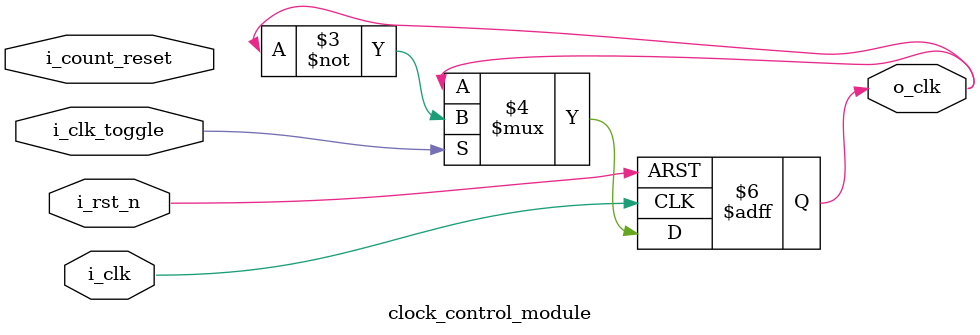
<source format=sv>
module prog_clock_gen(
    input i_clk,
    input i_rst_n,
    input i_enable,
    input [15:0] i_divisor,
    output o_clk
);
    // 内部信号
    wire count_reset;
    wire clk_toggle;
    wire [15:0] count_value;
    
    // 子模块实例化
    counter_module counter_inst (
        .i_clk(i_clk),
        .i_rst_n(i_rst_n),
        .i_enable(i_enable),
        .i_divisor(i_divisor),
        .o_count(count_value),
        .o_count_reset(count_reset),
        .o_clk_toggle(clk_toggle)
    );
    
    clock_control_module clock_ctrl_inst (
        .i_clk(i_clk),
        .i_rst_n(i_rst_n),
        .i_clk_toggle(clk_toggle),
        .i_count_reset(count_reset),
        .o_clk(o_clk)
    );
    
endmodule

// 计数器子模块 - 使用曼彻斯特进位链加法器
module counter_module (
    input i_clk,
    input i_rst_n,
    input i_enable,
    input [15:0] i_divisor,
    output reg [15:0] o_count,
    output o_count_reset,
    output o_clk_toggle
);
    // 曼彻斯特进位链加法器信号
    wire [15:0] next_count;
    wire [15:0] carry_chain;
    wire [15:0] sum_bits;
    
    // 计数达到分频值时产生重置信号
    assign o_count_reset = (o_count >= i_divisor - 1) && i_enable;
    // 计数达到分频值时产生时钟切换信号
    assign o_clk_toggle = o_count_reset;
    
    // 曼彻斯特进位链加法器实现
    // 生成和传播信号
    genvar i;
    generate
        for (i = 0; i < 16; i = i + 1) begin : gen_manchester
            // 生成信号 G[i] = A[i] & B[i]
            wire g_bit = o_count[i] & 1'b1;
            
            // 传播信号 P[i] = A[i] ^ B[i]
            wire p_bit = o_count[i] ^ 1'b1;
            
            // 进位链计算
            if (i == 0) begin
                assign carry_chain[i] = g_bit;
            end else begin
                assign carry_chain[i] = g_bit | (p_bit & carry_chain[i-1]);
            end
            
            // 和位计算 S[i] = P[i] ^ C[i-1]
            if (i == 0) begin
                assign sum_bits[i] = p_bit;
            end else begin
                assign sum_bits[i] = p_bit ^ carry_chain[i-1];
            end
        end
    endgenerate
    
    // 计算下一个计数值
    assign next_count = sum_bits;
    
    // 计数器逻辑
    always @(posedge i_clk or negedge i_rst_n) begin
        if (!i_rst_n) begin
            o_count <= 16'd0;
        end else if (i_enable) begin
            if (o_count_reset) begin
                o_count <= 16'd0;
            end else begin
                o_count <= next_count;
            end
        end
    end
endmodule

// 时钟控制子模块 - 负责输出时钟的翻转逻辑
module clock_control_module (
    input i_clk,
    input i_rst_n,
    input i_clk_toggle,
    input i_count_reset,
    output reg o_clk
);
    // 时钟翻转逻辑
    always @(posedge i_clk or negedge i_rst_n) begin
        if (!i_rst_n) begin
            o_clk <= 1'b0;
        end else if (i_clk_toggle) begin
            o_clk <= ~o_clk;
        end
    end
endmodule
</source>
